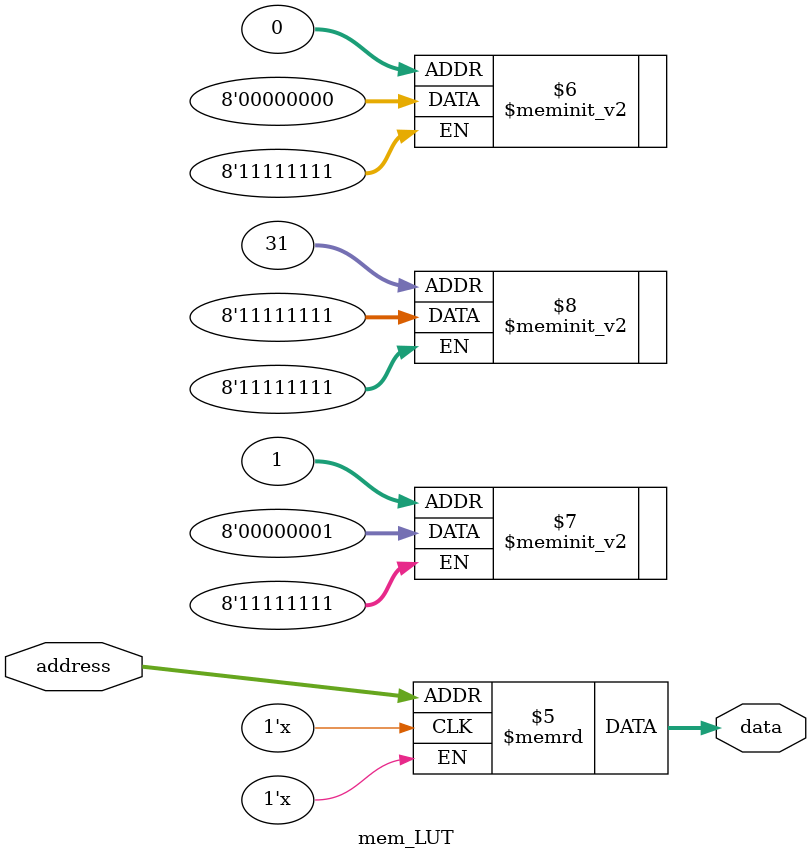
<source format=sv>
module mem_LUT (
  input [4:0] address,
  output reg [7:0] data
);

  reg [7:0] lut [0:15];

  initial begin
    lut[0] = 8'b00000000;
    lut[1] = 8'b00000001;
    // ...
    lut[31] = 8'b11111111;
  end

  always @* begin
    data = lut[address];
  end

endmodule

</source>
